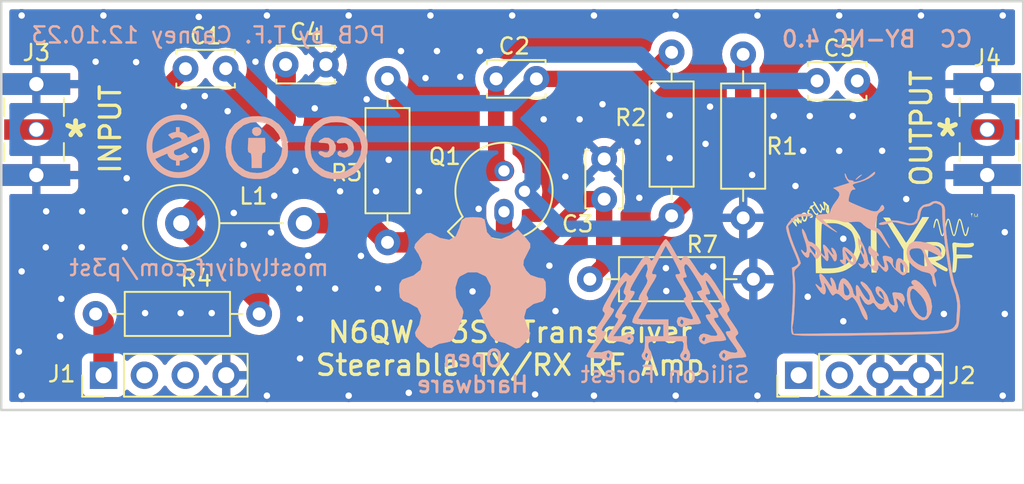
<source format=kicad_pcb>
(kicad_pcb (version 20211014) (generator pcbnew)
  (layers (0 "F.Cu" signal) (31 "B.Cu" signal) (34 "B.Paste" user) (35 "F.Paste" user) (36 "B.SilkS" user "B.Silkscreen") (37 "F.SilkS" user "F.Silkscreen") (38 "B.Mask" user) (39 "F.Mask" user) (44 "Edge.Cuts" user))
  (net 0 "")
  (net 3 "GND")
  (net 4 "12V_Main")
  (net 7 "Net-(C4-Pad1)")
  (net 8 "Net-(C1-Pad2)")
  (net 9 "Net-(C2-Pad1)")
  (net 10 "Net-(C2-Pad2)")
  (net 11 "Net-(C1-Pad1)")
  (net 12 "Net-(C3-Pad1)")
  (net 13 "Net-(C5-Pad2)")
  (footprint "Capacitor_THT:C_Disc_D3.4mm_W2.1mm_P2.50mm" (layer "F.Cu") (at 177.165 88.499 90)
    (fp_text reference "C3" (at -1.544 -1.651 180) (layer "F.SilkS"))
    (fp_text value "0.047")
    (pad "1" thru_hole circle (at 0 0 90) (size 1.6 1.6) (drill 0.8) (layers *.Cu *.Mask) (net 12 "Net-(C3-Pad1)"))
    (pad "2" thru_hole circle (at 2.5 0 90) (size 1.6 1.6) (drill 0.8) (layers *.Cu *.Mask) (net 3 "GND"))
  )
  (footprint "K7TFC_Passives:Resistor_Quarter_Watt_P10.16mm_Horizontal" (layer "F.Cu") (at 181.356 79.375 -90)
    (fp_text reference "R2" (at 4.064 2.54 180) (layer "F.SilkS"))
    (fp_text value "680")
    (pad "1" thru_hole circle (at 0 0 270) (size 1.6 1.6) (drill 0.8) (layers *.Cu *.Mask) (net 10 "Net-(C2-Pad2)"))
    (pad "2" thru_hole oval (at 10.16 0 270) (size 1.6 1.6) (drill 0.8) (layers *.Cu *.Mask) (net 8 "Net-(C1-Pad2)"))
  )
  (footprint "Connector_PinHeader_2.54mm:PinHeader_1x04_P2.54mm_Vertical" (layer "F.Cu") (at 146.06 99.441 90)
    (fp_text reference "J1" (at 0.0762 -2.6008 180) (layer "F.SilkS"))
    (fp_text value "Conn_01x04_Male")
    (pad "1" thru_hole rect (at 0 0 90) (size 1.7 1.7) (drill 1) (layers *.Cu *.Mask) (net 4 "12V_Main"))
    (pad "2" thru_hole oval (at 0 2.54 90) (size 1.7 1.7) (drill 1) (layers *.Cu *.Mask))
    (pad "3" thru_hole oval (at 0 5.08 90) (size 1.7 1.7) (drill 1) (layers *.Cu *.Mask))
    (pad "4" thru_hole oval (at 0 7.62 90) (size 1.7 1.7) (drill 1) (layers *.Cu *.Mask) (net 3 "GND"))
  )
  (footprint "Capacitor_THT:C_Disc_D3.4mm_W2.1mm_P2.50mm" (layer "F.Cu") (at 190.393 81.153)
    (fp_text reference "C5" (at 1.377 -2.032) (layer "F.SilkS"))
    (fp_text value "0.10")
    (pad "1" thru_hole circle (at 0 0) (size 1.6 1.6) (drill 0.8) (layers *.Cu *.Mask) (net 9 "Net-(C2-Pad1)"))
    (pad "2" thru_hole circle (at 2.5 0) (size 1.6 1.6) (drill 0.8) (layers *.Cu *.Mask) (net 13 "Net-(C5-Pad2)"))
  )
  (footprint "K7TFC_Passives:Resistor_Quarter_Watt_P10.16mm_Horizontal" (layer "F.Cu") (at 176.276 93.472)
    (fp_text reference "R7" (at 6.985 -2.159) (layer "F.SilkS"))
    (fp_text value "330")
    (pad "1" thru_hole circle (at 0 0) (size 1.6 1.6) (drill 0.8) (layers *.Cu *.Mask) (net 12 "Net-(C3-Pad1)"))
    (pad "2" thru_hole oval (at 10.16 0) (size 1.6 1.6) (drill 0.8) (layers *.Cu *.Mask) (net 3 "GND"))
  )
  (footprint "K7TFC:SMA_EdgeMount_0.062_Samtec_wHoles" (layer "F.Cu") (at 200.9648 84.1756 90)
    (fp_text reference "J4" (at 4.445 0 180) (layer "F.SilkS"))
    (fp_text value "Conn_01x02" hide)
    (pad "1" smd rect (at 0 0.2 90) (size 1.27 3.6) (layers "F.Cu" "F.Paste" "F.Mask") (net 13 "Net-(C5-Pad2)"))
    (pad "1" thru_hole circle (at 0 0 90) (size 1.016 1.016) (drill 0.889) (layers *.Cu *.Mask) (net 13 "Net-(C5-Pad2)"))
    (pad "2" thru_hole circle (at 2.825 0 90) (size 1.016 1.016) (drill 0.889) (layers *.Cu *.Mask) (net 3 "GND"))
    (pad "2" smd rect (at 2.825 0 90) (size 1.35 4.2) (layers "F.Cu" "F.Paste" "F.Mask") (net 3 "GND"))
    (pad "2" smd rect (at 2.825 0 90) (size 1.35 4.2) (layers "B.Cu" "B.Paste" "B.Mask") (net 3 "GND"))
    (pad "2" smd rect (at -2.825 0 90) (size 1.35 4.2) (layers "B.Cu" "B.Paste" "B.Mask") (net 3 "GND"))
    (pad "2" thru_hole circle (at -2.825 0 90) (size 1.016 1.016) (drill 0.889) (layers *.Cu *.Mask) (net 3 "GND"))
    (pad "2" smd rect (at -2.825 0 90) (size 1.35 4.2) (layers "F.Cu" "F.Paste" "F.Mask") (net 3 "GND"))
  )
  (footprint "K7TFC:SMA_EdgeMount_0.062_Samtec_wHoles" (layer "F.Cu") (at 141.8844 84.1756 -90)
    (fp_text reference "J3" (at -4.7752 0 180) (layer "F.SilkS"))
    (fp_text value "Conn_01x02" hide)
    (pad "1" smd rect (at 0 0.2 270) (size 1.27 3.6) (layers "F.Cu" "F.Paste" "F.Mask") (net 11 "Net-(C1-Pad1)"))
    (pad "1" thru_hole circle (at 0 0 270) (size 1.016 1.016) (drill 0.889) (layers *.Cu *.Mask) (net 11 "Net-(C1-Pad1)"))
    (pad "2" thru_hole circle (at 2.825 0 270) (size 1.016 1.016) (drill 0.889) (layers *.Cu *.Mask) (net 3 "GND"))
    (pad "2" smd rect (at -2.825 0 270) (size 1.35 4.2) (layers "B.Cu" "B.Paste" "B.Mask") (net 3 "GND"))
    (pad "2" smd rect (at 2.825 0 270) (size 1.35 4.2) (layers "F.Cu" "F.Paste" "F.Mask") (net 3 "GND"))
    (pad "2" smd rect (at 2.825 0 270) (size 1.35 4.2) (layers "B.Cu" "B.Paste" "B.Mask") (net 3 "GND"))
    (pad "2" thru_hole circle (at -2.825 0 270) (size 1.016 1.016) (drill 0.889) (layers *.Cu *.Mask) (net 3 "GND"))
    (pad "2" smd rect (at -2.825 0 270) (size 1.35 4.2) (layers "F.Cu" "F.Paste" "F.Mask") (net 3 "GND"))
  )
  (footprint "K7TFC_Passives:Resistor_Quarter_Watt_P10.16mm_Horizontal" (layer "F.Cu") (at 185.801 79.502 -90)
    (fp_text reference "R1" (at 5.715 -2.413 180) (layer "F.SilkS"))
    (fp_text value "3K")
    (pad "1" thru_hole circle (at 0 0 270) (size 1.6 1.6) (drill 0.8) (layers *.Cu *.Mask) (net 8 "Net-(C1-Pad2)"))
    (pad "2" thru_hole oval (at 10.16 0 270) (size 1.6 1.6) (drill 0.8) (layers *.Cu *.Mask) (net 3 "GND"))
  )
  (footprint "Graphics:open-hardware_9.5mm" (layer "F.Cu") (at 168.809587 93.965429)
    (fp_text reference "G***" hide)
    (fp_text value "LOGO" hide)
  )
  (footprint "Graphics:portland_logo_11mm" (layer "F.Cu") (at 193.167 92.4306)
    (fp_text reference "G***" hide)
    (fp_text value "LOGO" hide)
  )
  (footprint "Inductor_THT:L_Axial_L11.0mm_D4.5mm_P7.62mm_Vertical_Fastron_MECC" (layer "F.Cu") (at 150.8864 89.9922)
    (fp_text reference "L1" (at 4.4854 -1.6764) (layer "F.SilkS"))
    (fp_text value "9.5uH")
    (pad "1" thru_hole circle (at 0 0) (size 2 2) (drill 1) (layers *.Cu *.Mask) (net 7 "Net-(C4-Pad1)"))
    (pad "2" thru_hole oval (at 7.62 0) (size 2 2) (drill 1) (layers *.Cu *.Mask) (net 9 "Net-(C2-Pad1)"))
  )
  (footprint "Capacitor_THT:C_Disc_D3.4mm_W2.1mm_P2.50mm" (layer "F.Cu") (at 151.15 80.391)
    (fp_text reference "C1" (at 1.25 -2.032) (layer "F.SilkS"))
    (fp_text value "0.01uF")
    (pad "1" thru_hole circle (at 0 0) (size 1.6 1.6) (drill 0.8) (layers *.Cu *.Mask) (net 11 "Net-(C1-Pad1)"))
    (pad "2" thru_hole circle (at 2.5 0) (size 1.6 1.6) (drill 0.8) (layers *.Cu *.Mask) (net 8 "Net-(C1-Pad2)"))
  )
  (footprint "Capacitor_THT:C_Disc_D3.4mm_W2.1mm_P2.50mm" (layer "F.Cu") (at 157.373 80.137)
    (fp_text reference "C4" (at 1.25 -2.032) (layer "F.SilkS"))
    (fp_text value "0.10")
    (pad "1" thru_hole circle (at 0 0) (size 1.6 1.6) (drill 0.8) (layers *.Cu *.Mask) (net 7 "Net-(C4-Pad1)"))
    (pad "2" thru_hole circle (at 2.5 0) (size 1.6 1.6) (drill 0.8) (layers *.Cu *.Mask) (net 3 "GND"))
  )
  (footprint "K7TFC_Passives:Resistor_Quarter_Watt_P10.16mm_Horizontal" (layer "F.Cu") (at 145.5674 95.631)
    (fp_text reference "R4" (at 6.2484 -2.2098 180) (layer "F.SilkS"))
    (fp_text value "10")
    (pad "1" thru_hole circle (at 0 0) (size 1.6 1.6) (drill 0.8) (layers *.Cu *.Mask) (net 4 "12V_Main"))
    (pad "2" thru_hole oval (at 10.16 0) (size 1.6 1.6) (drill 0.8) (layers *.Cu *.Mask) (net 7 "Net-(C4-Pad1)"))
  )
  (footprint "K7TFC_Passives:Resistor_Quarter_Watt_P10.16mm_Horizontal" (layer "F.Cu") (at 163.703 81.026 -90)
    (fp_text reference "R3" (at 5.842 2.54 180) (layer "F.SilkS"))
    (fp_text value "3K")
    (pad "1" thru_hole circle (at 0 0 270) (size 1.6 1.6) (drill 0.8) (layers *.Cu *.Mask) (net 10 "Net-(C2-Pad2)"))
    (pad "2" thru_hole oval (at 10.16 0 270) (size 1.6 1.6) (drill 0.8) (layers *.Cu *.Mask) (net 9 "Net-(C2-Pad1)"))
  )
  (footprint "Package_TO_SOT_THT:TO-18-3" (layer "F.Cu") (at 170.942 89.281 90)
    (fp_text reference "Q1" (at 3.429 -3.683 180) (layer "F.SilkS"))
    (fp_text value "2N2222A_TO18")
    (pad "1" thru_hole oval (at 0 0 90) (size 1.6 1.2) (drill 0.7) (layers *.Cu *.Mask) (net 12 "Net-(C3-Pad1)"))
    (pad "2" thru_hole oval (at 1.27 1.27 90) (size 1.2 1.2) (drill 0.7) (layers *.Cu *.Mask) (net 8 "Net-(C1-Pad2)"))
    (pad "3" thru_hole oval (at 2.54 0 90) (size 1.2 1.2) (drill 0.7) (layers *.Cu *.Mask) (net 9 "Net-(C2-Pad1)"))
  )
  (footprint "Capacitor_THT:C_Disc_D3.4mm_W2.1mm_P2.50mm" (layer "F.Cu") (at 170.454 81.026)
    (fp_text reference "C2" (at 1.123 -2.032) (layer "F.SilkS"))
    (fp_text value "0.10")
    (pad "1" thru_hole circle (at 0 0) (size 1.6 1.6) (drill 0.8) (layers *.Cu *.Mask) (net 9 "Net-(C2-Pad1)"))
    (pad "2" thru_hole circle (at 2.5 0) (size 1.6 1.6) (drill 0.8) (layers *.Cu *.Mask) (net 10 "Net-(C2-Pad2)"))
  )
  (footprint "Graphics:diyrf_12mm" (layer "F.Cu") (at 194.564 90.805)
    (fp_text reference "G***" hide)
    (fp_text value "LOGO" hide)
  )
  (footprint "Connector_PinHeader_2.54mm:PinHeader_1x04_P2.54mm_Vertical" (layer "F.Cu") (at 189.25 99.441 90)
    (fp_text reference "J2" (at -0.0254 10.14 180) (layer "F.SilkS"))
    (fp_text value "Conn_01x04_Male")
    (pad "1" thru_hole rect (at 0 0 90) (size 1.7 1.7) (drill 1) (layers *.Cu *.Mask))
    (pad "2" thru_hole oval (at 0 2.54 90) (size 1.7 1.7) (drill 1) (layers *.Cu *.Mask))
    (pad "3" thru_hole oval (at 0 5.08 90) (size 1.7 1.7) (drill 1) (layers *.Cu *.Mask) (net 3 "GND"))
    (pad "4" thru_hole oval (at 0 7.62 90) (size 1.7 1.7) (drill 1) (layers *.Cu *.Mask) (net 3 "GND"))
  )
  (footprint "Graphics:cc_by_4mm" (layer "B.Cu") (at 155.575 85.2932 180)
    (fp_text reference "G***" hide)
    (fp_text value "LOGO" hide)
  )
  (footprint "Graphics:cc_logo_4mm" (layer "B.Cu") (at 160.5026 85.2932 180)
    (fp_text reference "G***" hide)
    (fp_text value "LOGO" hide)
  )
  (footprint "Graphics:cc_logo_no_commercial" (layer "B.Cu") (at 150.6982 85.217 180)
    (fp_text reference "G***" hide)
    (fp_text value "LOGO" hide)
  )
  (footprint "Graphics:silicon-forest_10mm" (layer "B.Cu") (at 181.056058 95.869638 180)
    (fp_text reference "G***" hide)
    (fp_text value "LOGO" hide)
    (fp_text user "Silicon Forest" (at 0.1016 -3.5306 unlocked) (layer "B.SilkS") (effects (justify mirror)))
  )
  (gr_rect (start 139.7 76.2) (end 203.2 101.6) (layer "Edge.Cuts") (width 0.15) (fill none))
  (gr_text "PCB by T.F. Carney 12.10.23" (at 152.5778 78.3082) (layer "B.SilkS") (effects (font (size 1 1)) (justify mirror)))
  (gr_text "Open\nHardware" (at 168.9862 99.2124) (layer "B.SilkS") (effects (font (size 1 1) (thickness 0.1778)) (justify mirror)))
  (gr_text "CC  BY-NC 4.0" (at 194.125 78.55) (layer "B.SilkS") (effects (font (size 1 1) (thickness 0.1778)) (justify mirror)))
  (gr_text "mostlydiyrf.com/p3st" (at 151.9936 92.7608) (layer "B.SilkS") (effects (font (size 1 1) (thickness 0.1524)) (justify mirror)))
  (gr_text "N6QW P3ST Transceiver\nSteerable TX/RX RF Amp" (at 171.323 97.79) (layer "F.SilkS") (effects (font (size 1.27 1.27) (thickness 0.2032))))
  (gr_text "INPUT" (at 146.4818 84.1502 90) (layer "F.SilkS") (effects (font (size 1.27 1.27) (thickness 0.2032))))
  (gr_text "*" (at 198.501 84.6836) (layer "F.SilkS") (effects (font (size 2.032 2.032) (thickness 0.3048))))
  (gr_text "*" (at 144.3228 84.7344) (layer "F.SilkS") (effects (font (size 2.032 2.032) (thickness 0.3048))))
  (gr_text "OUTPUT" (at 196.8754 84.0994 90) (layer "F.SilkS") (effects (font (size 1.27 1.27) (thickness 0.2032))))
  (via (at 194.437 85.4964) (size 0.8) (drill 0.4) (layers "F.Cu" "B.Cu") (net 3))
  (via (at 165.0238 100.5332) (size 0.8) (drill 0.4) (layers "F.Cu" "B.Cu") (net 3))
  (via (at 183.7436 82.7532) (size 0.8) (drill 0.4) (layers "F.Cu" "B.Cu") (net 3))
  (via (at 183.4642 85.0646) (size 0.8) (drill 0.4) (layers "F.Cu" "B.Cu") (net 3))
  (via (at 142.4686 91.4908) (size 0.8) (drill 0.4) (layers "F.Cu" "B.Cu") (net 3))
  (via (at 159.1818 82.8548) (size 0.8) (drill 0.4) (layers "F.Cu" "B.Cu") (net 3))
  (via (at 181.0004 92.7862) (size 0.8) (drill 0.4) (layers "F.Cu" "B.Cu") (net 3))
  (via (at 162.9918 88.011) (size 0.8) (drill 0.4) (layers "F.Cu" "B.Cu") (net 3))
  (via (at 191.77 77.089) (size 0.8) (drill 0.4) (layers "F.Cu" "B.Cu") (net 3))
  (via (at 156.464 90.5764) (size 0.8) (drill 0.4) (layers "F.Cu" "B.Cu") (net 3))
  (via (at 189.5348 85.4964) (size 0.8) (drill 0.4) (layers "F.Cu" "B.Cu") (net 3))
  (via (at 168.9862 94.234) (size 0.8) (drill 0.4) (layers "F.Cu" "B.Cu") (net 3))
  (via (at 191.77 85.4964) (size 0.8) (drill 0.4) (layers "F.Cu" "B.Cu") (net 3))
  (via (at 158.7754 92.0242) (size 0.8) (drill 0.4) (layers "F.Cu" "B.Cu") (net 3))
  (via (at 151.975 77.175) (size 0.8) (drill 0.4) (layers "F.Cu" "B.Cu") (net 3))
  (via (at 163.1188 94.0562) (size 0.8) (drill 0.4) (layers "F.Cu" "B.Cu") (net 3))
  (via (at 144.7038 91.4908) (size 0.8) (drill 0.4) (layers "F.Cu" "B.Cu") (net 3))
  (via (at 156.21 77.089) (size 0.8) (drill 0.4) (layers "F.Cu" "B.Cu") (net 3))
  (via (at 164.5412 79.2988) (size 0.8) (drill 0.4) (layers "F.Cu" "B.Cu") (net 3))
  (via (at 166.7764 79.2988) (size 0.8) (drill 0.4) (layers "F.Cu" "B.Cu") (net 3))
  (via (at 189.9412 83.3374) (size 0.8) (drill 0.4) (layers "F.Cu" "B.Cu") (net 3))
  (via (at 152.3492 82.0928) (size 0.8) (drill 0.4) (layers "F.Cu" "B.Cu") (net 3))
  (via (at 156.6672 88.2904) (size 0.8) (drill 0.4) (layers "F.Cu" "B.Cu") (net 3))
  (via (at 157.988 86.741) (size 0.8) (drill 0.4) (layers "F.Cu" "B.Cu") (net 3))
  (via (at 140.97 92.9894) (size 0.8) (drill 0.4) (layers "F.Cu" "B.Cu") (net 3))
  (via (at 176.53 77.089) (size 0.8) (drill 0.4) (layers "F.Cu" "B.Cu") (net 3))
  (via (at 160.7566 88.011) (size 0.8) (drill 0.4) (layers "F.Cu" "B.Cu") (net 3))
  (via (at 169.3672 89.1032) (size 0.8) (drill 0.4) (layers "F.Cu" "B.Cu") (net 3))
  (via (at 147.3708 91.4908) (size 0.8) (drill 0.4) (layers "F.Cu" "B.Cu") (net 3))
  (via (at 161.29 100.711) (size 0.8) (drill 0.4) (layers "F.Cu" "B.Cu") (net 3))
  (via (at 145.5674 79.9592) (size 0.8) (drill 0.4) (layers "F.Cu" "B.Cu") (net 3))
  (via (at 181.229 83.2866) (size 0.8) (drill 0.4) (layers "F.Cu" "B.Cu") (net 3))
  (via (at 158.2674 95.9358) (size 0.8) (drill 0.4) (layers "F.Cu" "B.Cu") (net 3))
  (via (at 183.9468 92.6846) (size 0.8) (drill 0.4) (layers "F.Cu" "B.Cu") (net 3))
  (via (at 148.6408 95.5802) (size 0.8) (drill 0.4) (layers "F.Cu" "B.Cu") (net 3))
  (via (at 179.3494 88.4174) (size 0.8) (drill 0.4) (layers "F.Cu" "B.Cu") (net 3))
  (via (at 162.052 92.0242) (size 0.8) (drill 0.4) (layers "F.Cu" "B.Cu") (net 3))
  (via (at 173.4058 83.5406) (size 0.8) (drill 0.4) (layers "F.Cu" "B.Cu") (net 3))
  (via (at 155.4988 79.9592) (size 0.8) (drill 0.4) (layers "F.Cu" "B.Cu") (net 3))
  (via (at 187.706 83.3374) (size 0.8) (drill 0.4) (layers "F.Cu" "B.Cu") (net 3))
  (via (at 202.057 90.551) (size 0.8) (drill 0.4) (layers "F.Cu" "B.Cu") (net 3))
  (via (at 151.0538 82.7278) (size 0.8) (drill 0.4) (layers "F.Cu" "B.Cu") (net 3))
  (via (at 189.0522 87.6808) (size 0.8) (drill 0.4) (layers "F.Cu" "B.Cu") (net 3))
  (via (at 152.781 95.5802) (size 0.8) (drill 0.4) (layers "F.Cu" "B.Cu") (net 3))
  (via (at 143.4338 94.6912) (size 0.8) (drill 0.4) (layers "F.Cu" "B.Cu") (net 3))
  (via (at 174.1424 95.4532) (size 0.8) (drill 0.4) (layers "F.Cu" "B.Cu") (net 3))
  (via (at 195.9356 88.4936) (size 0.8) (drill 0.4) (layers "F.Cu" "B.Cu") (net 3))
  (via (at 160.4518 94.0562) (size 0.8) (drill 0.4) (layers "F.Cu" "B.Cu") (net 3))
  (via (at 151.7142 85.4456) (size 0.8) (drill 0.4) (layers "F.Cu" "B.Cu") (net 3))
  (via (at 161.29 77.089) (size 0.8) (drill 0.4) (layers "F.Cu" "B.Cu") (net 3))
  (via (at 175.641 83.5406) (size 0.8) (drill 0.4) (layers "F.Cu" "B.Cu") (net 3))
  (via (at 150.8506 95.5802) (size 0.8) (drill 0.4) (layers "F.Cu" "B.Cu") (net 3))
  (via (at 140.97 77.089) (size 0.8) (drill 0.4) (layers "F.Cu" "B.Cu") (net 3))
  (via (at 143.3576 97.028) (size 0.8) (drill 0.4) (layers "F.Cu" "B.Cu") (net 3))
  (via (at 147.4978 87.1982) (size 0.8) (drill 0.4) (layers "F.Cu" "B.Cu") (net 3))
  (via (at 158.2674 98.3996) (size 0.8) (drill 0.4) (layers "F.Cu" "B.Cu") (net 3))
  (via (at 142.494 89.2556) (size 0.8) (drill 0.4) (layers "F.Cu" "B.Cu") (net 3))
  (via (at 189.8142 94.5642) (size 0.8) (drill 0.4) (layers "F.Cu" "B.Cu") (net 3))
  (via (at 173.7614 92.6338) (size 0.8) (drill 0.4) (layers "F.Cu" "B.Cu") (net 3))
  (via (at 154.7622 91.3384) (size 0.8) (drill 0.4) (layers "F.Cu" "B.Cu") (net 3))
  (via (at 172.8724 100.6348) (size 0.8) (drill 0.4) (layers "F.Cu" "B.Cu") (net 3))
  (via (at 140.97 100.711) (size 0.8) (drill 0.4) (layers "F.Cu" "B.Cu") (net 3))
  (via (at 168.2242 80.899) (size 0.8) (drill 0.4) (layers "F.Cu" "B.Cu") (net 3))
  (via (at 156.21 100.711) (size 0.8) (drill 0.4) (layers "F.Cu" "B.Cu") (net 3))
  (via (at 144.7292 89.2556) (size 0.8) (drill 0.4) (layers "F.Cu" "B.Cu") (net 3))
  (via (at 169.4434 79.2988) (size 0.8) (drill 0.4) (layers "F.Cu" "B.Cu") (net 3))
  (via (at 176.53 100.711) (size 0.8) (drill 0.4) (layers "F.Cu" "B.Cu") (net 3))
  (via (at 148.082 79.9846) (size 0.8) (drill 0.4) (layers "F.Cu" "B.Cu") (net 3))
  (via (at 154.1526 89.3572) (size 0.8) (drill 0.4) (layers "F.Cu" "B.Cu") (net 3))
  (via (at 192.024 96.0882) (size 0.8) (drill 0.4) (layers "F.Cu" "B.Cu") (net 3))
  (via (at 146.05 77.089) (size 0.8) (drill 0.4) (layers "F.Cu" "B.Cu") (net 3))
  (via (at 147.3962 89.2556) (size 0.8) (drill 0.4) (layers "F.Cu" "B.Cu") (net 3))
  (via (at 162.4076 82.296) (size 0.8) (drill 0.4) (layers "F.Cu" "B.Cu") (net 3))
  (via (at 165.6588 88.011) (size 0.8) (drill 0.4) (layers "F.Cu" "B.Cu") (net 3))
  (via (at 181.229 85.9536) (size 0.8) (drill 0.4) (layers "F.Cu" "B.Cu") (net 3))
  (via (at 201.93 100.711) (size 0.8) (drill 0.4) (layers "F.Cu" "B.Cu") (net 3))
  (via (at 201.93 77.089) (size 0.8) (drill 0.4) (layers "F.Cu" "B.Cu") (net 3))
  (via (at 174.752 87.0966) (size 0.8) (drill 0.4) (layers "F.Cu" "B.Cu") (net 3))
  (via (at 198.2724 95.631) (size 0.8) (drill 0.4) (layers "F.Cu" "B.Cu") (net 3))
  (via (at 179.2478 84.9376) (size 0.8) (drill 0.4) (layers "F.Cu" "B.Cu") (net 3))
  (via (at 192.6082 83.3374) (size 0.8) (drill 0.4) (layers "F.Cu" "B.Cu") (net 3))
  (via (at 181.61 77.089) (size 0.8) (drill 0.4) (layers "F.Cu" "B.Cu") (net 3))
  (via (at 140.8 97.975) (size 0.8) (drill 0.4) (layers "F.Cu" "B.Cu") (net 3))
  (via (at 153.7716 83.0326) (size 0.8) (drill 0.4) (layers "F.Cu" "B.Cu") (net 3))
  (via (at 192.024 90.9574) (size 0.8) (drill 0.4) (layers "F.Cu" "B.Cu") (net 3))
  (via (at 181.0258 94.2086) (size 0.8) (drill 0.4) (layers "F.Cu" "B.Cu") (net 3))
  (via (at 177.0634 82.6008) (size 0.8) (drill 0.4) (layers "F.Cu" "B.Cu") (net 3))
  (via (at 196.85 77.089) (size 0.8) (drill 0.4) (layers "F.Cu" "B.Cu") (net 3))
  (via (at 186.3598 86.995) (size 0.8) (drill 0.4) (layers "F.Cu" "B.Cu") (net 3))
  (via (at 202.057 95.631) (size 0.8) (drill 0.4) (layers "F.Cu" "B.Cu") (net 3))
  (via (at 186.69 100.711) (size 0.8) (drill 0.4) (layers "F.Cu" "B.Cu") (net 3))
  (via (at 171.45 77.089) (size 0.8) (drill 0.4) (layers "F.Cu" "B.Cu") (net 3))
  (via (at 181.61 100.711) (size 0.8) (drill 0.4) (layers "F.Cu" "B.Cu") (net 3))
  (via (at 166.0652 80.9752) (size 0.8) (drill 0.4) (layers "F.Cu" "B.Cu") (net 3))
  (via (at 163.7792 86.0552) (size 0.8) (drill 0.4) (layers "F.Cu" "B.Cu") (net 3))
  (via (at 158.2166 94.0562) (size 0.8) (drill 0.4) (layers "F.Cu" "B.Cu") (net 3))
  (via (at 186.69 77.089) (size 0.8) (drill 0.4) (layers "F.Cu" "B.Cu") (net 3))
  (via (at 166.37 77.089) (size 0.8) (drill 0.4) (layers "F.Cu" "B.Cu") (net 3))
  (segment (start 146.06 99.441) (end 146.06 96.1236) (width 1.27) (layer "F.Cu") (net 4))
  (segment (start 146.06 96.1236) (end 145.5674 95.631) (width 1.27) (layer "F.Cu") (net 4))
  (segment (start 157.373 83.5056) (end 150.8864 89.9922) (width 1.27) (layer "F.Cu") (net 7))
  (segment (start 155.7274 95.631) (end 155.7274 94.8332) (width 1.27) (layer "F.Cu") (net 7))
  (segment (start 157.373 80.137) (end 157.373 83.5056) (width 1.27) (layer "F.Cu") (net 7))
  (segment (start 155.7274 94.8332) (end 150.8864 89.9922) (width 1.27) (layer "F.Cu") (net 7))
  (segment (start 185.801 79.502) (end 185.801 85.09) (width 1.016) (layer "F.Cu") (net 8))
  (segment (start 185.801 85.09) (end 181.356 89.535) (width 1.016) (layer "F.Cu") (net 8))
  (segment (start 174.535999 90.334999) (end 180.556001 90.334999) (width 1.016) (layer "B.Cu") (net 8))
  (segment (start 172.212 88.011) (end 174.535999 90.334999) (width 1.016) (layer "B.Cu") (net 8))
  (segment (start 172.72 85.725) (end 171.45 84.455) (width 1.016) (layer "B.Cu") (net 8))
  (segment (start 180.556001 90.334999) (end 181.356 89.535) (width 1.016) (layer "B.Cu") (net 8))
  (segment (start 171.45 84.455) (end 157.714 84.455) (width 1.016) (layer "B.Cu") (net 8))
  (segment (start 157.714 84.455) (end 153.65 80.391) (width 1.016) (layer "B.Cu") (net 8))
  (segment (start 172.72 87.503) (end 172.72 85.725) (width 1.016) (layer "B.Cu") (net 8))
  (segment (start 172.212 88.011) (end 172.72 87.503) (width 1.016) (layer "B.Cu") (net 8))
  (segment (start 164.973 91.186) (end 169.418 86.741) (width 1.27) (layer "F.Cu") (net 9))
  (segment (start 170.454 86.253) (end 170.942 86.741) (width 1.016) (layer "F.Cu") (net 9))
  (segment (start 163.703 91.186) (end 164.973 91.186) (width 1.27) (layer "F.Cu") (net 9))
  (segment (start 170.454 81.026) (end 170.454 86.253) (width 1.016) (layer "F.Cu") (net 9))
  (segment (start 162.5092 89.9922) (end 163.703 91.186) (width 1.27) (layer "F.Cu") (net 9))
  (segment (start 158.5064 89.9922) (end 162.5092 89.9922) (width 1.27) (layer "F.Cu") (net 9))
  (segment (start 169.418 86.741) (end 170.942 86.741) (width 1.27) (layer "F.Cu") (net 9))
  (segment (start 181.001365 81.153) (end 190.393 81.153) (width 1.016) (layer "B.Cu") (net 9))
  (segment (start 170.454 81.026) (end 170.821365 81.026) (width 1.016) (layer "B.Cu") (net 9))
  (segment (start 179.366365 79.518) (end 181.001365 81.153) (width 1.016) (layer "B.Cu") (net 9))
  (segment (start 170.821365 81.026) (end 172.329365 79.518) (width 1.016) (layer "B.Cu") (net 9))
  (segment (start 172.329365 79.518) (end 179.366365 79.518) (width 1.016) (layer "B.Cu") (net 9))
  (segment (start 172.954 81.026) (end 179.705 81.026) (width 1.016) (layer "F.Cu") (net 10))
  (segment (start 179.705 81.026) (end 181.356 79.375) (width 1.016) (layer "F.Cu") (net 10))
  (segment (start 163.703 81.026) (end 165.211 82.534) (width 1.016) (layer "B.Cu") (net 10))
  (segment (start 165.211 82.534) (end 171.446 82.534) (width 1.016) (layer "B.Cu") (net 10))
  (segment (start 171.446 82.534) (end 172.954 81.026) (width 1.016) (layer "B.Cu") (net 10))
  (segment (start 147.3654 84.1756) (end 151.15 80.391) (width 1.016) (layer "F.Cu") (net 11))
  (segment (start 141.6844 84.1756) (end 147.3654 84.1756) (width 1.016) (layer "F.Cu") (net 11))
  (segment (start 177.165 88.499) (end 177.165 92.583) (width 1.016) (layer "F.Cu") (net 12))
  (segment (start 173.609 90.932) (end 171.45 90.932) (width 1.016) (layer "F.Cu") (net 12))
  (segment (start 171.45 90.932) (end 170.942 90.424) (width 1.016) (layer "F.Cu") (net 12))
  (segment (start 176.042 88.499) (end 173.609 90.932) (width 1.016) (layer "F.Cu") (net 12))
  (segment (start 170.942 90.424) (end 170.942 89.281) (width 1.016) (layer "F.Cu") (net 12))
  (segment (start 177.165 92.583) (end 176.276 93.472) (width 1.016) (layer "F.Cu") (net 12))
  (segment (start 177.165 88.499) (end 176.042 88.499) (width 1.016) (layer "F.Cu") (net 12))
  (segment (start 195.9156 84.1756) (end 192.893 81.153) (width 1.016) (layer "F.Cu") (net 13))
  (segment (start 201.1648 84.1756) (end 195.9156 84.1756) (width 1.016) (layer "F.Cu") (net 13))
  (zone (net 3) (net_name "GND") (layers F&B.Cu) (connect_pads (clearance 0.508)) (min_thickness 0.254) (fill yes (thermal_gap 0.508) (thermal_bridge_width 0.508))
    (polygon (pts (xy 203.073 101.473) (xy 139.827 101.473) (xy 139.827 76.327) (xy 203.073 76.327)))
  )
)
</source>
